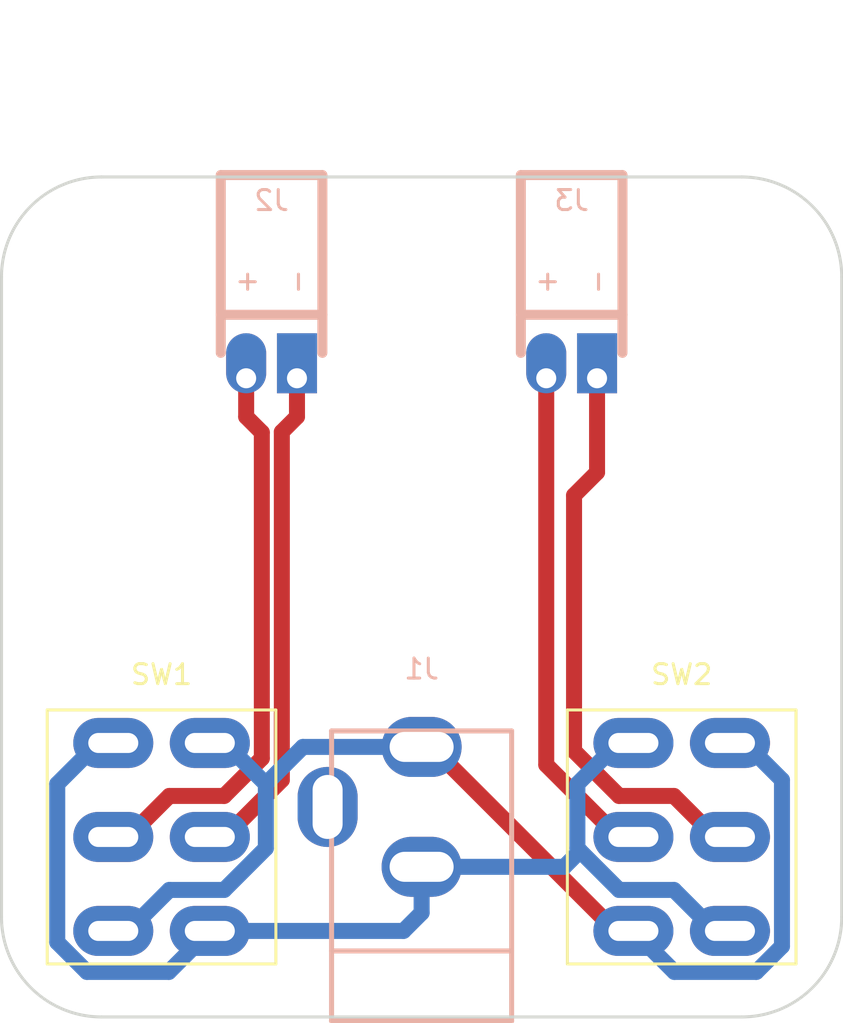
<source format=kicad_pcb>
(kicad_pcb (version 20171130) (host pcbnew "(5.0.2)-1")

  (general
    (thickness 1.6)
    (drawings 0)
    (tracks 61)
    (zones 0)
    (modules 6)
    (nets 8)
  )

  (page A4)
  (layers
    (0 F.Cu signal)
    (31 B.Cu signal)
    (32 B.Adhes user)
    (33 F.Adhes user)
    (34 B.Paste user)
    (35 F.Paste user)
    (36 B.SilkS user)
    (37 F.SilkS user)
    (38 B.Mask user)
    (39 F.Mask user)
    (40 Dwgs.User user)
    (41 Cmts.User user)
    (42 Eco1.User user)
    (43 Eco2.User user)
    (44 Edge.Cuts user)
    (45 Margin user)
    (46 B.CrtYd user)
    (47 F.CrtYd user)
    (48 B.Fab user)
    (49 F.Fab user)
  )

  (setup
    (last_trace_width 0.8)
    (trace_clearance 0.2)
    (zone_clearance 0.508)
    (zone_45_only no)
    (trace_min 0.2)
    (segment_width 0.2)
    (edge_width 0.15)
    (via_size 0.8)
    (via_drill 0.4)
    (via_min_size 0.4)
    (via_min_drill 0.3)
    (uvia_size 0.3)
    (uvia_drill 0.1)
    (uvias_allowed no)
    (uvia_min_size 0.2)
    (uvia_min_drill 0.1)
    (pcb_text_width 0.3)
    (pcb_text_size 1.5 1.5)
    (mod_edge_width 0.15)
    (mod_text_size 1 1)
    (mod_text_width 0.15)
    (pad_size 1.524 1.524)
    (pad_drill 0.762)
    (pad_to_mask_clearance 0.051)
    (solder_mask_min_width 0.25)
    (aux_axis_origin 0 0)
    (visible_elements 7FFFFFFF)
    (pcbplotparams
      (layerselection 0x010fc_ffffffff)
      (usegerberextensions false)
      (usegerberattributes false)
      (usegerberadvancedattributes false)
      (creategerberjobfile false)
      (excludeedgelayer true)
      (linewidth 0.100000)
      (plotframeref false)
      (viasonmask false)
      (mode 1)
      (useauxorigin false)
      (hpglpennumber 1)
      (hpglpenspeed 20)
      (hpglpendiameter 15.000000)
      (psnegative false)
      (psa4output false)
      (plotreference true)
      (plotvalue true)
      (plotinvisibletext false)
      (padsonsilk false)
      (subtractmaskfromsilk false)
      (outputformat 1)
      (mirror false)
      (drillshape 0)
      (scaleselection 1)
      (outputdirectory "export"))
  )

  (net 0 "")
  (net 1 +5V)
  (net 2 GND)
  (net 3 "Net-(J2-Pad2)")
  (net 4 "Net-(J2-Pad1)")
  (net 5 "Net-(J3-Pad1)")
  (net 6 "Net-(J3-Pad2)")
  (net 7 "Net-(J1-Pad3)")

  (net_class Default "This is the default net class."
    (clearance 0.2)
    (trace_width 0.8)
    (via_dia 0.8)
    (via_drill 0.4)
    (uvia_dia 0.3)
    (uvia_drill 0.1)
    (add_net +5V)
    (add_net GND)
    (add_net "Net-(J1-Pad3)")
    (add_net "Net-(J2-Pad1)")
    (add_net "Net-(J2-Pad2)")
    (add_net "Net-(J3-Pad1)")
    (add_net "Net-(J3-Pad2)")
  )

  (module OOBB:SWIS-50DIX45DI-X-DPDTM-PM (layer F.Cu) (tedit 610DA856) (tstamp 610DA826)
    (at -15.413 7.301)
    (path /610C300C)
    (fp_text reference SW1 (at 2.413 -3.421) (layer F.SilkS)
      (effects (font (size 1 1) (thickness 0.15)))
    )
    (fp_text value SW_DPDT_x2 (at 2.413 -4.421) (layer F.Fab)
      (effects (font (size 1 1) (thickness 0.15)))
    )
    (fp_line (start -3.302 11.049) (end -3.302 -1.651) (layer F.SilkS) (width 0.15))
    (fp_line (start -3.302 11.049) (end 8.128 11.049) (layer F.SilkS) (width 0.15))
    (fp_line (start 8.128 11.049) (end 8.128 -1.651) (layer F.SilkS) (width 0.15))
    (fp_line (start -3.302 -1.651) (end 8.128 -1.651) (layer F.SilkS) (width 0.15))
    (pad 2 thru_hole oval (at 0 4.699) (size 4 2.5) (drill oval 2.5 1) (layers *.Cu *.Mask)
      (net 3 "Net-(J2-Pad2)"))
    (pad 1 thru_hole oval (at 0 9.398) (size 4 2.5) (drill oval 2.5 1) (layers *.Cu *.Mask)
      (net 1 +5V))
    (pad 3 thru_hole oval (at 0 0) (size 4 2.5) (drill oval 2.5 1) (layers *.Cu *.Mask)
      (net 2 GND))
    (pad 6 thru_hole oval (at 4.826 0) (size 4 2.5) (drill oval 2.5 1) (layers *.Cu *.Mask Eco1.User Eco2.User)
      (net 1 +5V))
    (pad 5 thru_hole oval (at 4.826 4.699) (size 4 2.5) (drill oval 2.5 1) (layers *.Cu *.Mask)
      (net 4 "Net-(J2-Pad1)"))
    (pad 4 thru_hole oval (at 4.826 9.398) (size 4 2.5) (drill oval 2.5 1) (layers *.Cu *.Mask)
      (net 2 GND))
  )

  (module OOBB:SWIS-50DIX45DI-X-DPDTM-PM (layer F.Cu) (tedit 610DA856) (tstamp 610DA5F9)
    (at 10.587 7.301)
    (path /610C3A34)
    (fp_text reference SW2 (at 2.413 -3.421) (layer F.SilkS)
      (effects (font (size 1 1) (thickness 0.15)))
    )
    (fp_text value SW_DPDT_x2 (at 2.413 -4.421) (layer F.Fab)
      (effects (font (size 1 1) (thickness 0.15)))
    )
    (fp_line (start -3.302 11.049) (end -3.302 -1.651) (layer F.SilkS) (width 0.15))
    (fp_line (start -3.302 11.049) (end 8.128 11.049) (layer F.SilkS) (width 0.15))
    (fp_line (start 8.128 11.049) (end 8.128 -1.651) (layer F.SilkS) (width 0.15))
    (fp_line (start -3.302 -1.651) (end 8.128 -1.651) (layer F.SilkS) (width 0.15))
    (pad 2 thru_hole oval (at 0 4.699) (size 4 2.5) (drill oval 2.5 1) (layers *.Cu *.Mask)
      (net 6 "Net-(J3-Pad2)"))
    (pad 1 thru_hole oval (at 0 9.398) (size 4 2.5) (drill oval 2.5 1) (layers *.Cu *.Mask)
      (net 1 +5V))
    (pad 3 thru_hole oval (at 0 0) (size 4 2.5) (drill oval 2.5 1) (layers *.Cu *.Mask)
      (net 2 GND))
    (pad 6 thru_hole oval (at 4.826 0) (size 4 2.5) (drill oval 2.5 1) (layers *.Cu *.Mask Eco1.User Eco2.User)
      (net 1 +5V))
    (pad 5 thru_hole oval (at 4.826 4.699) (size 4 2.5) (drill oval 2.5 1) (layers *.Cu *.Mask)
      (net 5 "Net-(J3-Pad1)"))
    (pad 4 thru_hole oval (at 4.826 9.398) (size 4 2.5) (drill oval 2.5 1) (layers *.Cu *.Mask)
      (net 2 GND))
  )

  (module OOBB:OOBB-03-03-WI-TOPONLY (layer F.Cu) (tedit 610DA5CB) (tstamp 610DAAF2)
    (at 0 0)
    (fp_text reference "" (at 0 0) (layer F.SilkS)
      (effects (font (size 1.27 1.27) (thickness 0.15)))
    )
    (fp_text value OOBB-03-03-WI-TOPONLY (at 0 -29) (layer F.Fab)
      (effects (font (size 1 1) (thickness 0.15)))
    )
    (fp_line (start -16 -21) (end 16 -21) (layer Edge.Cuts) (width 0.15))
    (fp_line (start 16 21) (end -16 21) (layer Edge.Cuts) (width 0.15))
    (fp_line (start -21 16) (end -21 -16) (layer Edge.Cuts) (width 0.15))
    (fp_line (start 21 16) (end 21 -16) (layer Edge.Cuts) (width 0.15))
    (fp_arc (start -16 16) (end -16 21) (angle 90) (layer Edge.Cuts) (width 0.15))
    (fp_arc (start 16 16) (end 16 21) (angle -90) (layer Edge.Cuts) (width 0.15))
    (fp_arc (start -16 -16) (end -16 -21) (angle -90) (layer Edge.Cuts) (width 0.15))
    (fp_arc (start 16 -16) (end 16 -21) (angle 90) (layer Edge.Cuts) (width 0.15))
    (pad "" np_thru_hole circle (at 15 0) (size 3.2 3.2) (drill 3.2) (layers *.Cu *.Mask))
    (pad "" np_thru_hole circle (at 15 -15) (size 6.3 6.3) (drill 6.3) (layers *.Cu *.Mask))
    (pad "" np_thru_hole circle (at -15 0) (size 3.2 3.2) (drill 3.2) (layers *.Cu *.Mask))
    (pad "" np_thru_hole circle (at -15 -15) (size 6.3 6.3) (drill 6.3) (layers *.Cu *.Mask))
  )

  (module OOBB:DCJP-21D-X-THTH-01 (layer B.Cu) (tedit 610D9B9F) (tstamp 610DA56D)
    (at 0 13.7 90)
    (descr OOMP-DCJP-21D-X-THTH-01)
    (tags "Power Jack")
    (path /610DA604)
    (fp_text reference J1 (at 10.09904 0) (layer B.SilkS)
      (effects (font (size 1 1) (thickness 0.15)) (justify mirror))
    )
    (fp_text value Barrel_Jack_Switch (at 0 5.99948 90) (layer B.Fab)
      (effects (font (size 1 1) (thickness 0.15)) (justify mirror))
    )
    (fp_line (start -4.0005 4.50088) (end -4.0005 -4.50088) (layer B.SilkS) (width 0.25))
    (fp_line (start -7.50062 4.50088) (end -7.50062 -4.50088) (layer B.SilkS) (width 0.25))
    (fp_line (start -7.50062 -4.50088) (end 7.00024 -4.50088) (layer B.SilkS) (width 0.25))
    (fp_line (start 7.00024 -4.50088) (end 7.00024 4.50088) (layer B.SilkS) (width 0.25))
    (fp_line (start 7.00024 4.50088) (end -7.50062 4.50088) (layer B.SilkS) (width 0.25))
    (pad 2 thru_hole oval (at 0.2066 0 90) (size 3 4) (drill oval 1.5 3.2) (layers *.Cu *.Mask)
      (net 2 GND))
    (pad 1 thru_hole oval (at 6.2014 0 90) (size 3 4) (drill oval 1.5 3.2) (layers *.Cu *.Mask)
      (net 1 +5V))
    (pad 3 thru_hole oval (at 3.2004 -4.699) (size 3 4) (drill oval 1.5 3.2) (layers *.Cu *.Mask)
      (net 7 "Net-(J1-Pad3)"))
  )

  (module OOBB:HEAD-I01-X-PI02-RA-OOBB-WI-M2 (layer B.Cu) (tedit 610D9B02) (tstamp 610DA5AF)
    (at -6.23 -10.935 90)
    (path /610DB6B2)
    (fp_text reference J2 (at 8.89 -1.27) (layer B.SilkS)
      (effects (font (size 1 1) (thickness 0.15)) (justify mirror))
    )
    (fp_text value Conn_01x02_Male (at 5.08 3.175 90) (layer B.Fab)
      (effects (font (size 1 1) (thickness 0.15)) (justify mirror))
    )
    (fp_line (start 1.27 -3.81) (end 10.16 -3.81) (layer B.SilkS) (width 0.5))
    (fp_line (start 3.175 1.27) (end 3.175 -3.81) (layer B.SilkS) (width 0.5))
    (fp_line (start 10.16 -3.81) (end 10.16 1.27) (layer B.SilkS) (width 0.5))
    (fp_line (start 1.27 1.27) (end 10.16 1.27) (layer B.SilkS) (width 0.5))
    (fp_text user + (at 4.826 -2.54 90) (layer B.SilkS)
      (effects (font (size 1 1) (thickness 0.15)) (justify mirror))
    )
    (fp_text user - (at 4.826 0 90) (layer B.SilkS)
      (effects (font (size 1 1) (thickness 0.15)) (justify mirror))
    )
    (pad 2 thru_hole oval (at 0 -2.54 90) (size 3 2) (drill 1 (offset 0.75 0)) (layers *.Cu *.Mask)
      (net 3 "Net-(J2-Pad2)"))
    (pad 1 thru_hole rect (at 0 0 90) (size 3 2) (drill 1 (offset 0.75 0)) (layers *.Cu *.Mask)
      (net 4 "Net-(J2-Pad1)"))
  )

  (module OOBB:HEAD-I01-X-PI02-RA-OOBB-WI-M2 (layer B.Cu) (tedit 610D9B02) (tstamp 610DA58E)
    (at 8.77 -10.935 90)
    (path /610DEC8D)
    (fp_text reference J3 (at 8.89 -1.27) (layer B.SilkS)
      (effects (font (size 1 1) (thickness 0.15)) (justify mirror))
    )
    (fp_text value Conn_01x02_Male (at 5.08 3.175 90) (layer B.Fab)
      (effects (font (size 1 1) (thickness 0.15)) (justify mirror))
    )
    (fp_text user - (at 4.826 0 90) (layer B.SilkS)
      (effects (font (size 1 1) (thickness 0.15)) (justify mirror))
    )
    (fp_text user + (at 4.826 -2.54 90) (layer B.SilkS)
      (effects (font (size 1 1) (thickness 0.15)) (justify mirror))
    )
    (fp_line (start 1.27 1.27) (end 10.16 1.27) (layer B.SilkS) (width 0.5))
    (fp_line (start 10.16 -3.81) (end 10.16 1.27) (layer B.SilkS) (width 0.5))
    (fp_line (start 3.175 1.27) (end 3.175 -3.81) (layer B.SilkS) (width 0.5))
    (fp_line (start 1.27 -3.81) (end 10.16 -3.81) (layer B.SilkS) (width 0.5))
    (pad 1 thru_hole rect (at 0 0 90) (size 3 2) (drill 1 (offset 0.75 0)) (layers *.Cu *.Mask)
      (net 5 "Net-(J3-Pad1)"))
    (pad 2 thru_hole oval (at 0 -2.54 90) (size 3 2) (drill 1 (offset 0.75 0)) (layers *.Cu *.Mask)
      (net 6 "Net-(J3-Pad2)"))
  )

  (segment (start -0.1976 7.301) (end 0 7.4986) (width 0.8) (layer B.Cu) (net 1))
  (segment (start 0.1976 7.301) (end 0 7.4986) (width 0.8) (layer B.Cu) (net 1))
  (segment (start -14.663 16.699) (end -15.413 16.699) (width 0.8) (layer B.Cu) (net 1))
  (segment (start -12.613 14.649) (end -14.663 16.699) (width 0.8) (layer B.Cu) (net 1))
  (segment (start -9.869691 14.649) (end -12.613 14.649) (width 0.8) (layer B.Cu) (net 1))
  (segment (start -7.787 12.566309) (end -9.869691 14.649) (width 0.8) (layer B.Cu) (net 1))
  (segment (start -7.787 9.351) (end -7.787 12.566309) (width 0.8) (layer B.Cu) (net 1))
  (segment (start -9.837 7.301) (end -7.787 9.351) (width 0.8) (layer B.Cu) (net 1))
  (segment (start -10.587 7.301) (end -9.837 7.301) (width 0.8) (layer B.Cu) (net 1))
  (segment (start -5.9346 7.4986) (end 0 7.4986) (width 0.8) (layer B.Cu) (net 1))
  (segment (start -7.787 9.351) (end -5.9346 7.4986) (width 0.8) (layer B.Cu) (net 1))
  (segment (start 12.637 18.749) (end 10.587 16.699) (width 0.8) (layer B.Cu) (net 1))
  (segment (start 16.729309 18.749) (end 12.637 18.749) (width 0.8) (layer B.Cu) (net 1))
  (segment (start 18.01301 17.465299) (end 16.729309 18.749) (width 0.8) (layer B.Cu) (net 1))
  (segment (start 18.01301 9.15101) (end 18.01301 17.465299) (width 0.8) (layer B.Cu) (net 1))
  (segment (start 16.163 7.301) (end 18.01301 9.15101) (width 0.8) (layer B.Cu) (net 1))
  (segment (start 15.413 7.301) (end 16.163 7.301) (width 0.8) (layer B.Cu) (net 1))
  (segment (start 9.7004 16.699) (end 10.587 16.699) (width 0.8) (layer F.Cu) (net 1))
  (segment (start 0.5 7.4986) (end 9.7004 16.699) (width 0.8) (layer F.Cu) (net 1))
  (segment (start 0 7.4986) (end 0.5 7.4986) (width 0.8) (layer F.Cu) (net 1))
  (segment (start -12.637 18.749) (end -10.587 16.699) (width 0.8) (layer B.Cu) (net 2))
  (segment (start -16.729309 18.749) (end -12.637 18.749) (width 0.8) (layer B.Cu) (net 2))
  (segment (start -18.213 17.265309) (end -16.729309 18.749) (width 0.8) (layer B.Cu) (net 2))
  (segment (start -18.213 9.351) (end -18.213 17.265309) (width 0.8) (layer B.Cu) (net 2))
  (segment (start -16.163 7.301) (end -18.213 9.351) (width 0.8) (layer B.Cu) (net 2))
  (segment (start -15.413 7.301) (end -16.163 7.301) (width 0.8) (layer B.Cu) (net 2))
  (segment (start 14.663 16.699) (end 15.413 16.699) (width 0.8) (layer B.Cu) (net 2))
  (segment (start 9.869691 14.649) (end 12.613 14.649) (width 0.8) (layer B.Cu) (net 2))
  (segment (start 12.613 14.649) (end 14.663 16.699) (width 0.8) (layer B.Cu) (net 2))
  (segment (start 7.787 9.351) (end 7.787 12.566309) (width 0.8) (layer B.Cu) (net 2))
  (segment (start 9.837 7.301) (end 7.787 9.351) (width 0.8) (layer B.Cu) (net 2))
  (segment (start 10.587 7.301) (end 9.837 7.301) (width 0.8) (layer B.Cu) (net 2))
  (segment (start 0 15.7934) (end 0 13.4934) (width 0.8) (layer B.Cu) (net 2))
  (segment (start -0.9056 16.699) (end 0 15.7934) (width 0.8) (layer B.Cu) (net 2))
  (segment (start -10.587 16.699) (end -0.9056 16.699) (width 0.8) (layer B.Cu) (net 2))
  (segment (start 7.127291 13.4934) (end 7.920691 12.7) (width 0.8) (layer B.Cu) (net 2))
  (segment (start 0 13.4934) (end 7.127291 13.4934) (width 0.8) (layer B.Cu) (net 2))
  (segment (start 7.787 12.566309) (end 7.920691 12.7) (width 0.8) (layer B.Cu) (net 2))
  (segment (start 7.920691 12.7) (end 9.869691 14.649) (width 0.8) (layer B.Cu) (net 2))
  (segment (start -8.77 -10.935) (end -8.77 -9.01) (width 0.8) (layer F.Cu) (net 3))
  (segment (start -14.663 12) (end -15.413 12) (width 0.8) (layer F.Cu) (net 3))
  (segment (start -12.613 9.95) (end -14.663 12) (width 0.8) (layer F.Cu) (net 3))
  (segment (start -9.869691 9.95) (end -12.613 9.95) (width 0.8) (layer F.Cu) (net 3))
  (segment (start -7.98699 8.067299) (end -9.869691 9.95) (width 0.8) (layer F.Cu) (net 3))
  (segment (start -7.98699 -8.22699) (end -7.98699 8.067299) (width 0.8) (layer F.Cu) (net 3))
  (segment (start -8.77 -9.01) (end -7.98699 -8.22699) (width 0.8) (layer F.Cu) (net 3))
  (segment (start -6.23 -10.935) (end -6.23 -9.01) (width 0.8) (layer F.Cu) (net 4))
  (segment (start -9.837 12) (end -10.587 12) (width 0.8) (layer F.Cu) (net 4))
  (segment (start -6.98698 9.14998) (end -9.837 12) (width 0.8) (layer F.Cu) (net 4))
  (segment (start -6.98698 -8.25302) (end -6.98698 9.14998) (width 0.8) (layer F.Cu) (net 4))
  (segment (start -6.23 -9.01) (end -6.98698 -8.25302) (width 0.8) (layer F.Cu) (net 4))
  (segment (start 8.77 -10.935) (end 8.77 -6.23) (width 0.8) (layer F.Cu) (net 5))
  (segment (start 8.77 -6.23) (end 7.62 -5.08) (width 0.8) (layer F.Cu) (net 5))
  (segment (start 14.663 12) (end 15.413 12) (width 0.8) (layer F.Cu) (net 5))
  (segment (start 12.613 9.95) (end 14.663 12) (width 0.8) (layer F.Cu) (net 5))
  (segment (start 9.869691 9.95) (end 12.613 9.95) (width 0.8) (layer F.Cu) (net 5))
  (segment (start 7.62 7.700309) (end 9.869691 9.95) (width 0.8) (layer F.Cu) (net 5))
  (segment (start 7.62 -5.08) (end 7.62 7.700309) (width 0.8) (layer F.Cu) (net 5))
  (segment (start 6.23 8.393) (end 6.23 -10.935) (width 0.8) (layer F.Cu) (net 6))
  (segment (start 9.837 12) (end 6.23 8.393) (width 0.8) (layer F.Cu) (net 6))
  (segment (start 10.587 12) (end 9.837 12) (width 0.8) (layer F.Cu) (net 6))

)

</source>
